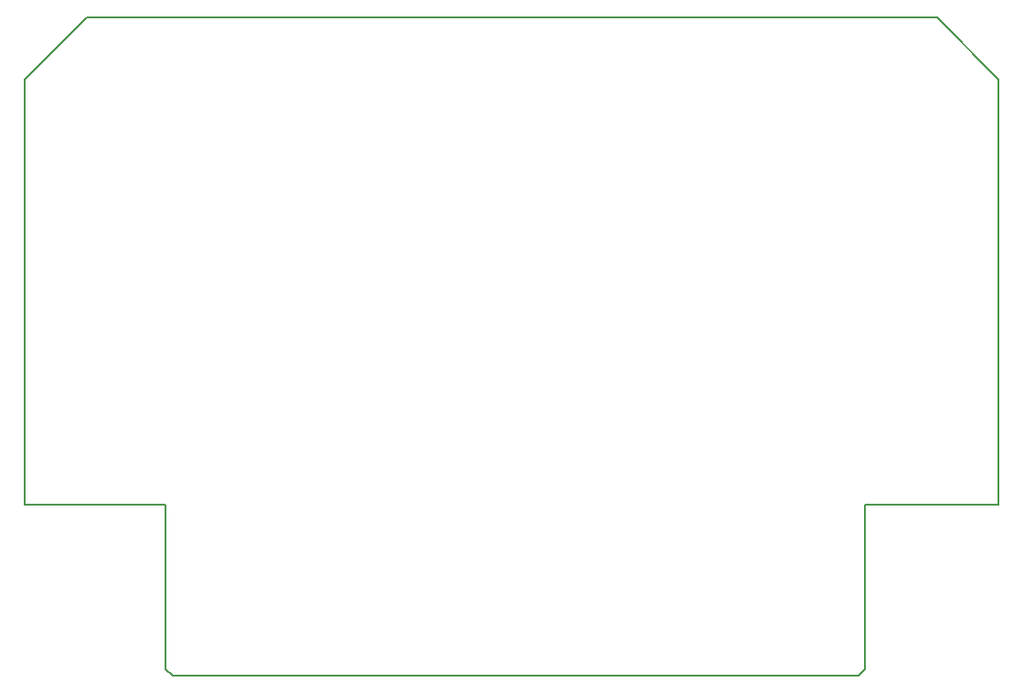
<source format=gbr>
G04 DipTrace 2.4.0.2*
%INBoardOutline.gbr*%
%MOIN*%
%ADD11C,0.0055*%
%FSLAX44Y44*%
G04*
G70*
G90*
G75*
G01*
%LNBoardOutline*%
%LPD*%
X6187Y27937D2*
D11*
X37187D1*
X39437Y25687D1*
Y10187D1*
X34562D1*
Y4187D1*
X34312Y3937D1*
X9312D1*
X9062Y4187D1*
Y10187D1*
X3937D1*
Y25687D1*
X6187Y27937D1*
M02*

</source>
